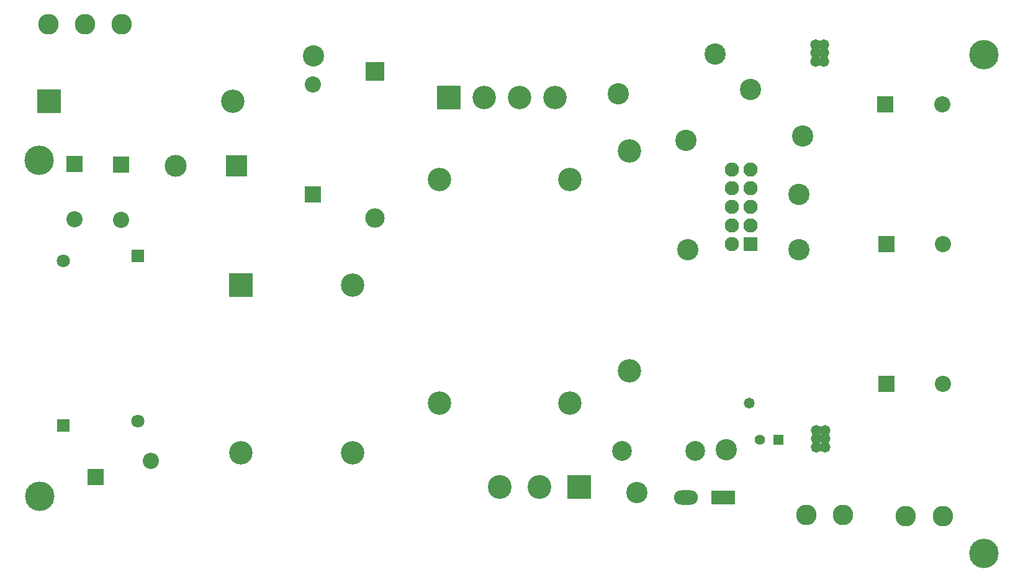
<source format=gbs>
G04 Layer_Color=16711935*
%FSLAX25Y25*%
%MOIN*%
G70*
G01*
G75*
%ADD98R,0.08674X0.08674*%
%ADD102C,0.15800*%
%ADD103C,0.11430*%
%ADD104C,0.10642*%
%ADD105R,0.12800X0.07769*%
%ADD106O,0.12800X0.07769*%
%ADD107C,0.12611*%
%ADD108C,0.07690*%
%ADD109R,0.07690X0.07690*%
%ADD110C,0.07099*%
%ADD111R,0.07099X0.07099*%
%ADD112C,0.08674*%
%ADD113R,0.12611X0.12611*%
%ADD114C,0.12768*%
%ADD115R,0.12768X0.12768*%
%ADD116C,0.11824*%
%ADD117R,0.11824X0.11824*%
%ADD118R,0.12611X0.12611*%
%ADD119R,0.08674X0.08674*%
%ADD120C,0.10446*%
%ADD121R,0.10446X0.10446*%
%ADD122R,0.05524X0.05524*%
%ADD123C,0.05524*%
%ADD124C,0.11036*%
%ADD125C,0.05800*%
D98*
X583500Y336000D02*
D03*
X584000Y186000D02*
D03*
Y261000D02*
D03*
X159500Y136000D02*
D03*
D102*
X129000Y306000D02*
D03*
X636500Y362500D02*
D03*
Y95000D02*
D03*
X129500Y125500D02*
D03*
D103*
X492000Y363000D02*
D03*
X450000Y127500D02*
D03*
X477500Y258000D02*
D03*
X498000Y150500D02*
D03*
X276500Y362000D02*
D03*
X511000Y344000D02*
D03*
X539030Y319029D02*
D03*
X476500Y316500D02*
D03*
X440000Y341500D02*
D03*
X537000Y287500D02*
D03*
Y258000D02*
D03*
D104*
X481500Y150000D02*
D03*
X442130D02*
D03*
D105*
X496500Y125000D02*
D03*
D106*
X476500D02*
D03*
D107*
X343921Y175500D02*
D03*
Y295500D02*
D03*
X414000D02*
D03*
Y175500D02*
D03*
X406047Y339500D02*
D03*
X368016D02*
D03*
X387032D02*
D03*
X446000Y311000D02*
D03*
Y192890D02*
D03*
X237500Y149000D02*
D03*
X297500D02*
D03*
Y239000D02*
D03*
X232925Y337500D02*
D03*
D108*
X501000Y301000D02*
D03*
Y291000D02*
D03*
Y281000D02*
D03*
Y271000D02*
D03*
Y261000D02*
D03*
X511000Y301000D02*
D03*
Y291000D02*
D03*
Y281000D02*
D03*
Y271000D02*
D03*
D109*
Y261000D02*
D03*
D110*
X182000Y165917D02*
D03*
X142000Y252083D02*
D03*
D111*
X182000Y254500D02*
D03*
X142000Y163500D02*
D03*
D112*
X614012Y336000D02*
D03*
X614512Y186000D02*
D03*
Y261000D02*
D03*
X189028Y144661D02*
D03*
X276000Y346555D02*
D03*
X148000Y274472D02*
D03*
X173000Y273972D02*
D03*
D113*
X349000Y339500D02*
D03*
X134500Y337500D02*
D03*
D114*
X376244Y130500D02*
D03*
X397622D02*
D03*
D115*
X419000D02*
D03*
D116*
X202205Y303000D02*
D03*
D117*
X235000D02*
D03*
D118*
X237500Y239000D02*
D03*
D119*
X276000Y287500D02*
D03*
X148000Y304000D02*
D03*
X173000Y303500D02*
D03*
D120*
X309500Y275000D02*
D03*
D121*
Y353740D02*
D03*
D122*
X526000Y156000D02*
D03*
D123*
X516157D02*
D03*
D124*
X541000Y115500D02*
D03*
X560685D02*
D03*
X594500Y115000D02*
D03*
X614185D02*
D03*
X173500Y379000D02*
D03*
X153815D02*
D03*
X134130D02*
D03*
D125*
X510500Y175500D02*
D03*
X546000Y363500D02*
D03*
Y368000D02*
D03*
Y359000D02*
D03*
X550500Y368000D02*
D03*
Y363500D02*
D03*
Y359000D02*
D03*
X551000Y152000D02*
D03*
Y156500D02*
D03*
Y161000D02*
D03*
X546500Y152000D02*
D03*
Y161000D02*
D03*
Y156500D02*
D03*
M02*

</source>
